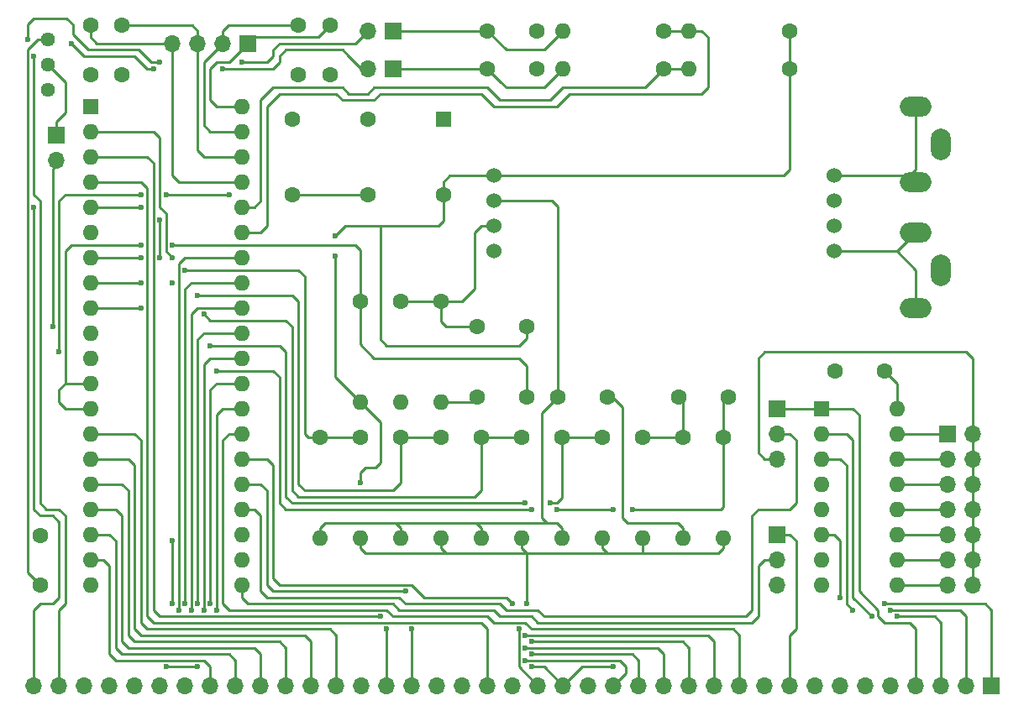
<source format=gtl>
G04 #@! TF.FileFunction,Copper,L1,Top,Signal*
%FSLAX46Y46*%
G04 Gerber Fmt 4.6, Leading zero omitted, Abs format (unit mm)*
G04 Created by KiCad (PCBNEW 4.0.7) date 02/13/19 20:33:03*
%MOMM*%
%LPD*%
G01*
G04 APERTURE LIST*
%ADD10C,0.100000*%
%ADD11C,1.600000*%
%ADD12R,1.600000X1.600000*%
%ADD13O,1.600000X1.600000*%
%ADD14C,1.524000*%
%ADD15R,1.700000X1.700000*%
%ADD16O,1.700000X1.700000*%
%ADD17O,3.197860X1.998980*%
%ADD18O,1.998980X3.197860*%
%ADD19C,1.440000*%
%ADD20C,0.600000*%
%ADD21C,0.250000*%
G04 APERTURE END LIST*
D10*
D11*
X54610000Y-132715000D03*
X54610000Y-127715000D03*
X139700000Y-111125000D03*
X134700000Y-111125000D03*
D12*
X133350000Y-114935000D03*
D13*
X140970000Y-132715000D03*
X133350000Y-117475000D03*
X140970000Y-130175000D03*
X133350000Y-120015000D03*
X140970000Y-127635000D03*
X133350000Y-122555000D03*
X140970000Y-125095000D03*
X133350000Y-125095000D03*
X140970000Y-122555000D03*
X133350000Y-127635000D03*
X140970000Y-120015000D03*
X133350000Y-130175000D03*
X140970000Y-117475000D03*
X133350000Y-132715000D03*
X140970000Y-114935000D03*
D11*
X87630000Y-85725000D03*
X87630000Y-93345000D03*
D12*
X95250000Y-85725000D03*
D11*
X95250000Y-93345000D03*
X80010000Y-93345000D03*
X80010000Y-85725000D03*
D14*
X100330000Y-91440000D03*
X100330000Y-93980000D03*
X100330000Y-96520000D03*
X100330000Y-99060000D03*
X134620000Y-91440000D03*
X134620000Y-93980000D03*
X134620000Y-96520000D03*
X134620000Y-99060000D03*
D15*
X146050000Y-117475000D03*
D16*
X148590000Y-117475000D03*
X146050000Y-120015000D03*
X148590000Y-120015000D03*
X146050000Y-122555000D03*
X148590000Y-122555000D03*
X146050000Y-125095000D03*
X148590000Y-125095000D03*
X146050000Y-127635000D03*
X148590000Y-127635000D03*
X146050000Y-130175000D03*
X148590000Y-130175000D03*
X146050000Y-132715000D03*
X148590000Y-132715000D03*
D11*
X83820000Y-81280000D03*
X83820000Y-76280000D03*
X80645000Y-81280000D03*
X80645000Y-76280000D03*
X62865000Y-81280000D03*
X62865000Y-76280000D03*
X59690000Y-81280000D03*
X59690000Y-76280000D03*
X111760000Y-113792000D03*
X106760000Y-113792000D03*
X123952000Y-113792000D03*
X118952000Y-113792000D03*
X99695000Y-80645000D03*
X104695000Y-80645000D03*
X99695000Y-76835000D03*
X104695000Y-76835000D03*
X103632000Y-106680000D03*
X98632000Y-106680000D03*
X103632000Y-113792000D03*
X98632000Y-113792000D03*
D17*
X142875000Y-97155000D03*
D18*
X145415000Y-100965000D03*
D17*
X142875000Y-104775000D03*
X142875000Y-84455000D03*
D18*
X145415000Y-88265000D03*
D17*
X142875000Y-92075000D03*
D15*
X150495000Y-142875000D03*
D16*
X147955000Y-142875000D03*
X145415000Y-142875000D03*
X142875000Y-142875000D03*
X140335000Y-142875000D03*
X137795000Y-142875000D03*
X135255000Y-142875000D03*
X132715000Y-142875000D03*
X130175000Y-142875000D03*
X127635000Y-142875000D03*
X125095000Y-142875000D03*
X122555000Y-142875000D03*
X120015000Y-142875000D03*
X117475000Y-142875000D03*
X114935000Y-142875000D03*
X112395000Y-142875000D03*
X109855000Y-142875000D03*
X107315000Y-142875000D03*
X104775000Y-142875000D03*
X102235000Y-142875000D03*
X99695000Y-142875000D03*
X97155000Y-142875000D03*
X94615000Y-142875000D03*
X92075000Y-142875000D03*
X89535000Y-142875000D03*
X86995000Y-142875000D03*
X84455000Y-142875000D03*
X81915000Y-142875000D03*
X79375000Y-142875000D03*
X76835000Y-142875000D03*
X74295000Y-142875000D03*
X71755000Y-142875000D03*
X69215000Y-142875000D03*
X66675000Y-142875000D03*
X64135000Y-142875000D03*
X61595000Y-142875000D03*
X59055000Y-142875000D03*
X56515000Y-142875000D03*
X53975000Y-142875000D03*
D15*
X56261000Y-87376000D03*
D16*
X56261000Y-89916000D03*
D15*
X128905000Y-114935000D03*
D16*
X128905000Y-117475000D03*
X128905000Y-120015000D03*
D15*
X128905000Y-127635000D03*
D16*
X128905000Y-130175000D03*
X128905000Y-132715000D03*
D15*
X90170000Y-76835000D03*
D16*
X87630000Y-76835000D03*
D15*
X90170000Y-80645000D03*
D16*
X87630000Y-80645000D03*
D11*
X82804000Y-117856000D03*
D13*
X82804000Y-128016000D03*
D11*
X86868000Y-117856000D03*
D13*
X86868000Y-128016000D03*
D11*
X90932000Y-117856000D03*
D13*
X90932000Y-128016000D03*
D11*
X94996000Y-117856000D03*
D13*
X94996000Y-128016000D03*
D11*
X99060000Y-117856000D03*
D13*
X99060000Y-128016000D03*
D11*
X103124000Y-117856000D03*
D13*
X103124000Y-128016000D03*
D11*
X107188000Y-117856000D03*
D13*
X107188000Y-128016000D03*
D11*
X111252000Y-117856000D03*
D13*
X111252000Y-128016000D03*
D11*
X115316000Y-117856000D03*
D13*
X115316000Y-128016000D03*
D11*
X119380000Y-117856000D03*
D13*
X119380000Y-128016000D03*
D11*
X123444000Y-117856000D03*
D13*
X123444000Y-128016000D03*
D11*
X86868000Y-104140000D03*
D13*
X86868000Y-114300000D03*
D11*
X94996000Y-104140000D03*
D13*
X94996000Y-114300000D03*
D11*
X90932000Y-104140000D03*
D13*
X90932000Y-114300000D03*
D11*
X117475000Y-80645000D03*
D13*
X107315000Y-80645000D03*
D11*
X117475000Y-76835000D03*
D13*
X107315000Y-76835000D03*
D11*
X130175000Y-80645000D03*
D13*
X120015000Y-80645000D03*
D11*
X130175000Y-76835000D03*
D13*
X120015000Y-76835000D03*
D19*
X55372000Y-77724000D03*
X55372000Y-80264000D03*
X55372000Y-82804000D03*
D12*
X59690000Y-84455000D03*
D13*
X74930000Y-132715000D03*
X59690000Y-86995000D03*
X74930000Y-130175000D03*
X59690000Y-89535000D03*
X74930000Y-127635000D03*
X59690000Y-92075000D03*
X74930000Y-125095000D03*
X59690000Y-94615000D03*
X74930000Y-122555000D03*
X59690000Y-97155000D03*
X74930000Y-120015000D03*
X59690000Y-99695000D03*
X74930000Y-117475000D03*
X59690000Y-102235000D03*
X74930000Y-114935000D03*
X59690000Y-104775000D03*
X74930000Y-112395000D03*
X59690000Y-107315000D03*
X74930000Y-109855000D03*
X59690000Y-109855000D03*
X74930000Y-107315000D03*
X59690000Y-112395000D03*
X74930000Y-104775000D03*
X59690000Y-114935000D03*
X74930000Y-102235000D03*
X59690000Y-117475000D03*
X74930000Y-99695000D03*
X59690000Y-120015000D03*
X74930000Y-97155000D03*
X59690000Y-122555000D03*
X74930000Y-94615000D03*
X59690000Y-125095000D03*
X74930000Y-92075000D03*
X59690000Y-127635000D03*
X74930000Y-89535000D03*
X59690000Y-130175000D03*
X74930000Y-86995000D03*
X59690000Y-132715000D03*
X74930000Y-84455000D03*
D15*
X75565000Y-78105000D03*
D16*
X73025000Y-78105000D03*
X70485000Y-78105000D03*
X67945000Y-78105000D03*
D20*
X67945000Y-128270000D03*
X67945000Y-134620000D03*
X84328000Y-97536000D03*
X84328000Y-99568000D03*
X86868000Y-122428000D03*
X103632000Y-134620000D03*
X67310000Y-140970000D03*
X70485000Y-140970000D03*
X104140000Y-140970000D03*
X112395000Y-140970000D03*
X64770000Y-104775000D03*
X72390000Y-111125000D03*
X114300000Y-125095000D03*
X112395000Y-125095000D03*
X106680000Y-125095000D03*
X104140000Y-125095000D03*
X64770000Y-98425000D03*
X67945000Y-98425000D03*
X72390000Y-135255000D03*
X103505000Y-137795000D03*
X71755000Y-134620000D03*
X104140000Y-138430000D03*
X71120000Y-135255000D03*
X103505000Y-139065000D03*
X70485000Y-134620000D03*
X104140000Y-139700000D03*
X103505000Y-140335000D03*
X69850000Y-135255000D03*
X102870000Y-137160000D03*
X102235000Y-134620000D03*
X92075000Y-137160000D03*
X91440000Y-133350000D03*
X89535000Y-137160000D03*
X88900000Y-135890000D03*
X69215000Y-134620000D03*
X68580000Y-135255000D03*
X53975000Y-79375000D03*
X57785000Y-78105000D03*
X66040000Y-80645000D03*
X73025000Y-80645000D03*
X66675000Y-80010000D03*
X74930000Y-80010000D03*
X53975000Y-94615000D03*
X53340000Y-77724000D03*
X55880000Y-106680000D03*
X67945000Y-99695000D03*
X69215000Y-100965000D03*
X66675000Y-99695000D03*
X70485000Y-103505000D03*
X64770000Y-94615000D03*
X66675000Y-95885000D03*
X64770000Y-99695000D03*
X71120000Y-105410000D03*
X67945000Y-102235000D03*
X103505000Y-124460000D03*
X106045000Y-124460000D03*
X64770000Y-102235000D03*
X71755000Y-108585000D03*
X73660000Y-93345000D03*
X67310000Y-93345000D03*
X64770000Y-93345000D03*
X56515000Y-109220000D03*
X139700000Y-134620000D03*
X135255000Y-133985000D03*
X140335000Y-135255000D03*
X136525000Y-135255000D03*
X140970000Y-135890000D03*
X138430000Y-135890000D03*
D21*
X67945000Y-132080000D02*
X67945000Y-134620000D01*
X67945000Y-128270000D02*
X67945000Y-130810000D01*
X67945000Y-130810000D02*
X67945000Y-132080000D01*
X54610000Y-132715000D02*
X53340000Y-131445000D01*
X54356000Y-77724000D02*
X55372000Y-77724000D01*
X53340000Y-78740000D02*
X54356000Y-77724000D01*
X53340000Y-131445000D02*
X53340000Y-78740000D01*
X103632000Y-106680000D02*
X103632000Y-107823000D01*
X88900000Y-107950000D02*
X88900000Y-96520000D01*
X89535000Y-108585000D02*
X88900000Y-107950000D01*
X102870000Y-108585000D02*
X89535000Y-108585000D01*
X103632000Y-107823000D02*
X102870000Y-108585000D01*
X86868000Y-114300000D02*
X84328000Y-111760000D01*
X95250000Y-96012000D02*
X95250000Y-93345000D01*
X94742000Y-96520000D02*
X95250000Y-96012000D01*
X85344000Y-96520000D02*
X88900000Y-96520000D01*
X88900000Y-96520000D02*
X94742000Y-96520000D01*
X84328000Y-97536000D02*
X85344000Y-96520000D01*
X84328000Y-111760000D02*
X84328000Y-99568000D01*
X88900000Y-116332000D02*
X86868000Y-114300000D01*
X88900000Y-120396000D02*
X88900000Y-116332000D01*
X88392000Y-120904000D02*
X88900000Y-120396000D01*
X87376000Y-120904000D02*
X88392000Y-120904000D01*
X86868000Y-121412000D02*
X87376000Y-120904000D01*
X86868000Y-122428000D02*
X86868000Y-121412000D01*
X103632000Y-134620000D02*
X103632000Y-129540000D01*
X95504000Y-129540000D02*
X87376000Y-129540000D01*
X86868000Y-129032000D02*
X86868000Y-128016000D01*
X87376000Y-129540000D02*
X86868000Y-129032000D01*
X103632000Y-129540000D02*
X95504000Y-129540000D01*
X94996000Y-129032000D02*
X94996000Y-128016000D01*
X95504000Y-129540000D02*
X94996000Y-129032000D01*
X103124000Y-128016000D02*
X103124000Y-129032000D01*
X103124000Y-129032000D02*
X103632000Y-129540000D01*
X103632000Y-129540000D02*
X111760000Y-129540000D01*
X115316000Y-128016000D02*
X115316000Y-129540000D01*
X123444000Y-128016000D02*
X123444000Y-129032000D01*
X111252000Y-129032000D02*
X111252000Y-128016000D01*
X111760000Y-129540000D02*
X111252000Y-129032000D01*
X122936000Y-129540000D02*
X115316000Y-129540000D01*
X115316000Y-129540000D02*
X111760000Y-129540000D01*
X123444000Y-129032000D02*
X122936000Y-129540000D01*
X100330000Y-91440000D02*
X129540000Y-91440000D01*
X130175000Y-90805000D02*
X130175000Y-80645000D01*
X129540000Y-91440000D02*
X130175000Y-90805000D01*
X130175000Y-80645000D02*
X130175000Y-76835000D01*
X95250000Y-93345000D02*
X95250000Y-92075000D01*
X95250000Y-92075000D02*
X95885000Y-91440000D01*
X95885000Y-91440000D02*
X100330000Y-91440000D01*
X104140000Y-140970000D02*
X105410000Y-140970000D01*
X70485000Y-140970000D02*
X67310000Y-140970000D01*
X105410000Y-140970000D02*
X107315000Y-142875000D01*
X112395000Y-140970000D02*
X109220000Y-140970000D01*
X107315000Y-142875000D02*
X109220000Y-140970000D01*
X140970000Y-114935000D02*
X140970000Y-112395000D01*
X140970000Y-112395000D02*
X139700000Y-111125000D01*
X140970000Y-117475000D02*
X146050000Y-117475000D01*
X140970000Y-120015000D02*
X146050000Y-120015000D01*
X140970000Y-122555000D02*
X146050000Y-122555000D01*
X140970000Y-125095000D02*
X146050000Y-125095000D01*
X140970000Y-127635000D02*
X146050000Y-127635000D01*
X142875000Y-84455000D02*
X142875000Y-90805000D01*
X142875000Y-90805000D02*
X142240000Y-91440000D01*
X142240000Y-91440000D02*
X142875000Y-92075000D01*
X134620000Y-91440000D02*
X142240000Y-91440000D01*
X142240000Y-91440000D02*
X142875000Y-92075000D01*
X140970000Y-130175000D02*
X146050000Y-130175000D01*
X140970000Y-132715000D02*
X146050000Y-132715000D01*
X75565000Y-78105000D02*
X73660000Y-80010000D01*
X72390000Y-84455000D02*
X74930000Y-84455000D01*
X71755000Y-83820000D02*
X72390000Y-84455000D01*
X71755000Y-80645000D02*
X71755000Y-83820000D01*
X72390000Y-80010000D02*
X71755000Y-80645000D01*
X73660000Y-80010000D02*
X72390000Y-80010000D01*
X76200000Y-77470000D02*
X77470000Y-77470000D01*
X82630000Y-77470000D02*
X83820000Y-76280000D01*
X77470000Y-77470000D02*
X81915000Y-77470000D01*
X81915000Y-77470000D02*
X82630000Y-77470000D01*
X76200000Y-77470000D02*
X75565000Y-78105000D01*
X73025000Y-78105000D02*
X71120000Y-80010000D01*
X71755000Y-86995000D02*
X74930000Y-86995000D01*
X71120000Y-86360000D02*
X71755000Y-86995000D01*
X71120000Y-80010000D02*
X71120000Y-86360000D01*
X79375000Y-76280000D02*
X73580000Y-76280000D01*
X80645000Y-76280000D02*
X79375000Y-76280000D01*
X73025000Y-76835000D02*
X73025000Y-78105000D01*
X73580000Y-76280000D02*
X73025000Y-76835000D01*
X70485000Y-78105000D02*
X70485000Y-88900000D01*
X71120000Y-89535000D02*
X74930000Y-89535000D01*
X70485000Y-88900000D02*
X71120000Y-89535000D01*
X69215000Y-76280000D02*
X69930000Y-76280000D01*
X70485000Y-76835000D02*
X70485000Y-78105000D01*
X69930000Y-76280000D02*
X70485000Y-76835000D01*
X69295000Y-76280000D02*
X69215000Y-76280000D01*
X69215000Y-76280000D02*
X62865000Y-76280000D01*
X67945000Y-80645000D02*
X67945000Y-91440000D01*
X67945000Y-91440000D02*
X68580000Y-92075000D01*
X74930000Y-92075000D02*
X68580000Y-92075000D01*
X67945000Y-80645000D02*
X67945000Y-78105000D01*
X67945000Y-78105000D02*
X64770000Y-78105000D01*
X59690000Y-77470000D02*
X60325000Y-78105000D01*
X60325000Y-78105000D02*
X64770000Y-78105000D01*
X59690000Y-77470000D02*
X59690000Y-76280000D01*
X114300000Y-126492000D02*
X113792000Y-126492000D01*
X113284000Y-125984000D02*
X113284000Y-125476000D01*
X113792000Y-126492000D02*
X113284000Y-125984000D01*
X111760000Y-113792000D02*
X112268000Y-113792000D01*
X112268000Y-113792000D02*
X113284000Y-114808000D01*
X113284000Y-114808000D02*
X113284000Y-125476000D01*
X114300000Y-126492000D02*
X118872000Y-126492000D01*
X118872000Y-126492000D02*
X119380000Y-127000000D01*
X119380000Y-127000000D02*
X119380000Y-128016000D01*
X106760000Y-113792000D02*
X106760000Y-94568000D01*
X106172000Y-93980000D02*
X100330000Y-93980000D01*
X106760000Y-94568000D02*
X106172000Y-93980000D01*
X105664000Y-126492000D02*
X105156000Y-125984000D01*
X105156000Y-115396000D02*
X106760000Y-113792000D01*
X105156000Y-125984000D02*
X105156000Y-115396000D01*
X98552000Y-126492000D02*
X105664000Y-126492000D01*
X105664000Y-126492000D02*
X106680000Y-126492000D01*
X107188000Y-127000000D02*
X107188000Y-128016000D01*
X106680000Y-126492000D02*
X107188000Y-127000000D01*
X90424000Y-126492000D02*
X98552000Y-126492000D01*
X99060000Y-127000000D02*
X99060000Y-128016000D01*
X98552000Y-126492000D02*
X99060000Y-127000000D01*
X82804000Y-128016000D02*
X82804000Y-127000000D01*
X90932000Y-127000000D02*
X90932000Y-128016000D01*
X90424000Y-126492000D02*
X90932000Y-127000000D01*
X83312000Y-126492000D02*
X90424000Y-126492000D01*
X82804000Y-127000000D02*
X83312000Y-126492000D01*
X78105000Y-111125000D02*
X78740000Y-111760000D01*
X72390000Y-111125000D02*
X78105000Y-111125000D01*
X59690000Y-104775000D02*
X62865000Y-104775000D01*
X62865000Y-104775000D02*
X63500000Y-104775000D01*
X63500000Y-104775000D02*
X64770000Y-104775000D01*
X123444000Y-124841000D02*
X123444000Y-117856000D01*
X123190000Y-125095000D02*
X123444000Y-124841000D01*
X122555000Y-125095000D02*
X123190000Y-125095000D01*
X114300000Y-125095000D02*
X122555000Y-125095000D01*
X106680000Y-125095000D02*
X112395000Y-125095000D01*
X79375000Y-125095000D02*
X104140000Y-125095000D01*
X78740000Y-124460000D02*
X79375000Y-125095000D01*
X78740000Y-111760000D02*
X78740000Y-124460000D01*
X123444000Y-117856000D02*
X123444000Y-114300000D01*
X123444000Y-114300000D02*
X123952000Y-113792000D01*
X115316000Y-117856000D02*
X119380000Y-117856000D01*
X119380000Y-117856000D02*
X119380000Y-114220000D01*
X119380000Y-114220000D02*
X118952000Y-113792000D01*
X90170000Y-80645000D02*
X95250000Y-80645000D01*
X95250000Y-80645000D02*
X99695000Y-80645000D01*
X99695000Y-80645000D02*
X100965000Y-81915000D01*
X105410000Y-82550000D02*
X107315000Y-80645000D01*
X101600000Y-82550000D02*
X105410000Y-82550000D01*
X100965000Y-81915000D02*
X101600000Y-82550000D01*
X90170000Y-76835000D02*
X95250000Y-76835000D01*
X95250000Y-76835000D02*
X99695000Y-76835000D01*
X99695000Y-76835000D02*
X101600000Y-78740000D01*
X105410000Y-78740000D02*
X107315000Y-76835000D01*
X101600000Y-78740000D02*
X105410000Y-78740000D01*
X98632000Y-106680000D02*
X95504000Y-106680000D01*
X94996000Y-106172000D02*
X94996000Y-104140000D01*
X95504000Y-106680000D02*
X94996000Y-106172000D01*
X94996000Y-104140000D02*
X97155000Y-104140000D01*
X99060000Y-96520000D02*
X100330000Y-96520000D01*
X98425000Y-97155000D02*
X99060000Y-96520000D01*
X98425000Y-102870000D02*
X98425000Y-97155000D01*
X97155000Y-104140000D02*
X98425000Y-102870000D01*
X90932000Y-104140000D02*
X94996000Y-104140000D01*
X86868000Y-104140000D02*
X86868000Y-108458000D01*
X103632000Y-110617000D02*
X103632000Y-113792000D01*
X102870000Y-109855000D02*
X103632000Y-110617000D01*
X88265000Y-109855000D02*
X102870000Y-109855000D01*
X86868000Y-108458000D02*
X88265000Y-109855000D01*
X76835000Y-98425000D02*
X86360000Y-98425000D01*
X57150000Y-99060000D02*
X57785000Y-98425000D01*
X57785000Y-98425000D02*
X64770000Y-98425000D01*
X67945000Y-98425000D02*
X76835000Y-98425000D01*
X57150000Y-112395000D02*
X57150000Y-99060000D01*
X86868000Y-98933000D02*
X86868000Y-104140000D01*
X86360000Y-98425000D02*
X86868000Y-98933000D01*
X59690000Y-114935000D02*
X57150000Y-114935000D01*
X57150000Y-112395000D02*
X59690000Y-112395000D01*
X56515000Y-113030000D02*
X57150000Y-112395000D01*
X56515000Y-114300000D02*
X56515000Y-113030000D01*
X57150000Y-114935000D02*
X56515000Y-114300000D01*
X94996000Y-114300000D02*
X98124000Y-114300000D01*
X98124000Y-114300000D02*
X98632000Y-113792000D01*
X140970000Y-99060000D02*
X142875000Y-100965000D01*
X142875000Y-100965000D02*
X142875000Y-104775000D01*
X134620000Y-99060000D02*
X140970000Y-99060000D01*
X140970000Y-99060000D02*
X142875000Y-97155000D01*
X128905000Y-120015000D02*
X127635000Y-120015000D01*
X148590000Y-109855000D02*
X148590000Y-117475000D01*
X147955000Y-109220000D02*
X148590000Y-109855000D01*
X127635000Y-109220000D02*
X147955000Y-109220000D01*
X127000000Y-109855000D02*
X127635000Y-109220000D01*
X127000000Y-119380000D02*
X127000000Y-109855000D01*
X127635000Y-120015000D02*
X127000000Y-119380000D01*
X148590000Y-130175000D02*
X148590000Y-132715000D01*
X148590000Y-127635000D02*
X148590000Y-130175000D01*
X148590000Y-120015000D02*
X148590000Y-122555000D01*
X148590000Y-117475000D02*
X148590000Y-120015000D01*
X148590000Y-125095000D02*
X148590000Y-122555000D01*
X148590000Y-127635000D02*
X148590000Y-125095000D01*
X130175000Y-142875000D02*
X130175000Y-137795000D01*
X130175000Y-127635000D02*
X128905000Y-127635000D01*
X130810000Y-128270000D02*
X130175000Y-127635000D01*
X130810000Y-130810000D02*
X130810000Y-128270000D01*
X130810000Y-137160000D02*
X130810000Y-130810000D01*
X130175000Y-137795000D02*
X130810000Y-137160000D01*
X97155000Y-135890000D02*
X99695000Y-135890000D01*
X125095000Y-142875000D02*
X125095000Y-141605000D01*
X73025000Y-134620000D02*
X73660000Y-135255000D01*
X73660000Y-117475000D02*
X74930000Y-117475000D01*
X73025000Y-118110000D02*
X73025000Y-134620000D01*
X73660000Y-117475000D02*
X73025000Y-118110000D01*
X90170000Y-135890000D02*
X90805000Y-135890000D01*
X89535000Y-135255000D02*
X90170000Y-135890000D01*
X73660000Y-135255000D02*
X89535000Y-135255000D01*
X97155000Y-135890000D02*
X90805000Y-135890000D01*
X125095000Y-137795000D02*
X125095000Y-141605000D01*
X124460000Y-137160000D02*
X125095000Y-137795000D01*
X104140000Y-137160000D02*
X124460000Y-137160000D01*
X103505000Y-136525000D02*
X104140000Y-137160000D01*
X100330000Y-136525000D02*
X103505000Y-136525000D01*
X99695000Y-135890000D02*
X100330000Y-136525000D01*
X122555000Y-142875000D02*
X122555000Y-140970000D01*
X73025000Y-114935000D02*
X74930000Y-114935000D01*
X72390000Y-115570000D02*
X72390000Y-134620000D01*
X73025000Y-114935000D02*
X72390000Y-115570000D01*
X72390000Y-134620000D02*
X72390000Y-135255000D01*
X122555000Y-138430000D02*
X122555000Y-140970000D01*
X121920000Y-137795000D02*
X122555000Y-138430000D01*
X103505000Y-137795000D02*
X121920000Y-137795000D01*
X120015000Y-142875000D02*
X120015000Y-140970000D01*
X72390000Y-112395000D02*
X74930000Y-112395000D01*
X71755000Y-113030000D02*
X71755000Y-134620000D01*
X72390000Y-112395000D02*
X71755000Y-113030000D01*
X120015000Y-139065000D02*
X120015000Y-140970000D01*
X119380000Y-138430000D02*
X120015000Y-139065000D01*
X104140000Y-138430000D02*
X119380000Y-138430000D01*
X117475000Y-142875000D02*
X117475000Y-140970000D01*
X71755000Y-109855000D02*
X74930000Y-109855000D01*
X71120000Y-110490000D02*
X71120000Y-134620000D01*
X71755000Y-109855000D02*
X71120000Y-110490000D01*
X71120000Y-134620000D02*
X71120000Y-135255000D01*
X117475000Y-139700000D02*
X117475000Y-140970000D01*
X116840000Y-139065000D02*
X117475000Y-139700000D01*
X103505000Y-139065000D02*
X116840000Y-139065000D01*
X114935000Y-142875000D02*
X114935000Y-140970000D01*
X71120000Y-107315000D02*
X70485000Y-107950000D01*
X70485000Y-107950000D02*
X70485000Y-134620000D01*
X71120000Y-107315000D02*
X74930000Y-107315000D01*
X114935000Y-140335000D02*
X114935000Y-140970000D01*
X114300000Y-139700000D02*
X114935000Y-140335000D01*
X104140000Y-139700000D02*
X114300000Y-139700000D01*
X113030000Y-140335000D02*
X113665000Y-140970000D01*
X112395000Y-142875000D02*
X113665000Y-141605000D01*
X113665000Y-140970000D02*
X113665000Y-141605000D01*
X103505000Y-140335000D02*
X113030000Y-140335000D01*
X70485000Y-104775000D02*
X74930000Y-104775000D01*
X69850000Y-105410000D02*
X69850000Y-134620000D01*
X70485000Y-104775000D02*
X69850000Y-105410000D01*
X69850000Y-134620000D02*
X69850000Y-135255000D01*
X91440000Y-132715000D02*
X84455000Y-132715000D01*
X74930000Y-120015000D02*
X77470000Y-120015000D01*
X78740000Y-132715000D02*
X84455000Y-132715000D01*
X78105000Y-132080000D02*
X78740000Y-132715000D01*
X78105000Y-120650000D02*
X78105000Y-132080000D01*
X77470000Y-120015000D02*
X78105000Y-120650000D01*
X102870000Y-140970000D02*
X102870000Y-137160000D01*
X102870000Y-140970000D02*
X104775000Y-142875000D01*
X92075000Y-132715000D02*
X91440000Y-132715000D01*
X93345000Y-133985000D02*
X92075000Y-132715000D01*
X101600000Y-133985000D02*
X93345000Y-133985000D01*
X102235000Y-134620000D02*
X101600000Y-133985000D01*
X87630000Y-136525000D02*
X99060000Y-136525000D01*
X71755000Y-136525000D02*
X66040000Y-136525000D01*
X65405000Y-92710000D02*
X65405000Y-135890000D01*
X65405000Y-135890000D02*
X66040000Y-136525000D01*
X59690000Y-92075000D02*
X64770000Y-92075000D01*
X64770000Y-92075000D02*
X65405000Y-92710000D01*
X87630000Y-136525000D02*
X71755000Y-136525000D01*
X99695000Y-137160000D02*
X99695000Y-142875000D01*
X99060000Y-136525000D02*
X99695000Y-137160000D01*
X92075000Y-140970000D02*
X92075000Y-137160000D01*
X92075000Y-142875000D02*
X92075000Y-140970000D01*
X76835000Y-122555000D02*
X74930000Y-122555000D01*
X77470000Y-132715000D02*
X78105000Y-133350000D01*
X77470000Y-123190000D02*
X77470000Y-132715000D01*
X76835000Y-122555000D02*
X77470000Y-123190000D01*
X85090000Y-133350000D02*
X78105000Y-133350000D01*
X91440000Y-133350000D02*
X85090000Y-133350000D01*
X71755000Y-135890000D02*
X88900000Y-135890000D01*
X64770000Y-89535000D02*
X65405000Y-89535000D01*
X59690000Y-89535000D02*
X64770000Y-89535000D01*
X66040000Y-135255000D02*
X66675000Y-135890000D01*
X66040000Y-90170000D02*
X66040000Y-135255000D01*
X65405000Y-89535000D02*
X66040000Y-90170000D01*
X71755000Y-135890000D02*
X66675000Y-135890000D01*
X89535000Y-137160000D02*
X89535000Y-142875000D01*
X64770000Y-133350000D02*
X64770000Y-136525000D01*
X64135000Y-117475000D02*
X64770000Y-118110000D01*
X64770000Y-118110000D02*
X64770000Y-133350000D01*
X59690000Y-117475000D02*
X64135000Y-117475000D01*
X84455000Y-137795000D02*
X84455000Y-142875000D01*
X83820000Y-137160000D02*
X84455000Y-137795000D01*
X65405000Y-137160000D02*
X83820000Y-137160000D01*
X64770000Y-136525000D02*
X65405000Y-137160000D01*
X64135000Y-133350000D02*
X64135000Y-137160000D01*
X81915000Y-142875000D02*
X81915000Y-141605000D01*
X81915000Y-141605000D02*
X81915000Y-140970000D01*
X63500000Y-120015000D02*
X64135000Y-120650000D01*
X64135000Y-120650000D02*
X64135000Y-133350000D01*
X63500000Y-120015000D02*
X59690000Y-120015000D01*
X81915000Y-138430000D02*
X81915000Y-140970000D01*
X81280000Y-137795000D02*
X81915000Y-138430000D01*
X64770000Y-137795000D02*
X81280000Y-137795000D01*
X64135000Y-137160000D02*
X64770000Y-137795000D01*
X63500000Y-133350000D02*
X63500000Y-137795000D01*
X79375000Y-142875000D02*
X79375000Y-140970000D01*
X62865000Y-122555000D02*
X63500000Y-123190000D01*
X63500000Y-123190000D02*
X63500000Y-133350000D01*
X62865000Y-122555000D02*
X59690000Y-122555000D01*
X79375000Y-139065000D02*
X79375000Y-140970000D01*
X78740000Y-138430000D02*
X79375000Y-139065000D01*
X64135000Y-138430000D02*
X78740000Y-138430000D01*
X63500000Y-137795000D02*
X64135000Y-138430000D01*
X67945000Y-139065000D02*
X69850000Y-139065000D01*
X62865000Y-138430000D02*
X63500000Y-139065000D01*
X63500000Y-139065000D02*
X67945000Y-139065000D01*
X69850000Y-139065000D02*
X76200000Y-139065000D01*
X76200000Y-139065000D02*
X76835000Y-139700000D01*
X76835000Y-139700000D02*
X76835000Y-140970000D01*
X59690000Y-125095000D02*
X62230000Y-125095000D01*
X62865000Y-125730000D02*
X62865000Y-133350000D01*
X62230000Y-125095000D02*
X62865000Y-125730000D01*
X76835000Y-140970000D02*
X76835000Y-142875000D01*
X62865000Y-133350000D02*
X62865000Y-138430000D01*
X70485000Y-139700000D02*
X67310000Y-139700000D01*
X62230000Y-139065000D02*
X62865000Y-139700000D01*
X62865000Y-139700000D02*
X67310000Y-139700000D01*
X70485000Y-139700000D02*
X73660000Y-139700000D01*
X73660000Y-139700000D02*
X74295000Y-140335000D01*
X74295000Y-140335000D02*
X74295000Y-140970000D01*
X59690000Y-127635000D02*
X61595000Y-127635000D01*
X62230000Y-128270000D02*
X62230000Y-133350000D01*
X61595000Y-127635000D02*
X62230000Y-128270000D01*
X74295000Y-140970000D02*
X74295000Y-142875000D01*
X62230000Y-133350000D02*
X62230000Y-139065000D01*
X67945000Y-140335000D02*
X69850000Y-140335000D01*
X61595000Y-139700000D02*
X62230000Y-140335000D01*
X62230000Y-140335000D02*
X67945000Y-140335000D01*
X69850000Y-140335000D02*
X71120000Y-140335000D01*
X71120000Y-140335000D02*
X71755000Y-140970000D01*
X59690000Y-130175000D02*
X60960000Y-130175000D01*
X61595000Y-130810000D02*
X61595000Y-133350000D01*
X60960000Y-130175000D02*
X61595000Y-130810000D01*
X71755000Y-140970000D02*
X71755000Y-142875000D01*
X61595000Y-133350000D02*
X61595000Y-139700000D01*
X74930000Y-102235000D02*
X69850000Y-102235000D01*
X69215000Y-102870000D02*
X69215000Y-134620000D01*
X69850000Y-102235000D02*
X69215000Y-102870000D01*
X69215000Y-134620000D02*
X69215000Y-134620000D01*
X69215000Y-99695000D02*
X74930000Y-99695000D01*
X68580000Y-100330000D02*
X68580000Y-134620000D01*
X69215000Y-99695000D02*
X68580000Y-100330000D01*
X68580000Y-134620000D02*
X68580000Y-135255000D01*
X54610000Y-93980000D02*
X53975000Y-93345000D01*
X54610000Y-94615000D02*
X54610000Y-93980000D01*
X54610000Y-99060000D02*
X54610000Y-94615000D01*
X54610000Y-123190000D02*
X54610000Y-99060000D01*
X56515000Y-135255000D02*
X57150000Y-134620000D01*
X57150000Y-134620000D02*
X57150000Y-126365000D01*
X56515000Y-142875000D02*
X56515000Y-135255000D01*
X57150000Y-126365000D02*
X57150000Y-125730000D01*
X53975000Y-79375000D02*
X53975000Y-93345000D01*
X57785000Y-78105000D02*
X59055000Y-79375000D01*
X85725000Y-79375000D02*
X86995000Y-80645000D01*
X85090000Y-78740000D02*
X80645000Y-78740000D01*
X85725000Y-79375000D02*
X85090000Y-78740000D01*
X65405000Y-80645000D02*
X66040000Y-80645000D01*
X59690000Y-79375000D02*
X64135000Y-79375000D01*
X64135000Y-79375000D02*
X65405000Y-80645000D01*
X59690000Y-79375000D02*
X59055000Y-79375000D01*
X54610000Y-124460000D02*
X55245000Y-125095000D01*
X55245000Y-125095000D02*
X56515000Y-125095000D01*
X56515000Y-125095000D02*
X57150000Y-125730000D01*
X54610000Y-123190000D02*
X54610000Y-124460000D01*
X79375000Y-78740000D02*
X80645000Y-78740000D01*
X78740000Y-79375000D02*
X79375000Y-78740000D01*
X78740000Y-80010000D02*
X78740000Y-79375000D01*
X78105000Y-80645000D02*
X78740000Y-80010000D01*
X73025000Y-80645000D02*
X78105000Y-80645000D01*
X86995000Y-80645000D02*
X87630000Y-80645000D01*
X57277000Y-75565000D02*
X57912000Y-76200000D01*
X57912000Y-77216000D02*
X57912000Y-76200000D01*
X86360000Y-78105000D02*
X80010000Y-78105000D01*
X87630000Y-76835000D02*
X86360000Y-78105000D01*
X59436000Y-78740000D02*
X64585002Y-78740000D01*
X64585002Y-78740000D02*
X65855002Y-80010000D01*
X65855002Y-80010000D02*
X66675000Y-80010000D01*
X53340000Y-76200000D02*
X53340000Y-76835000D01*
X53975000Y-75565000D02*
X54610000Y-75565000D01*
X53340000Y-76200000D02*
X53975000Y-75565000D01*
X57150000Y-75565000D02*
X54610000Y-75565000D01*
X57150000Y-75565000D02*
X57277000Y-75565000D01*
X57912000Y-77216000D02*
X59436000Y-78740000D01*
X78740000Y-78105000D02*
X80010000Y-78105000D01*
X78105000Y-78740000D02*
X78740000Y-78105000D01*
X78105000Y-79375000D02*
X78105000Y-78740000D01*
X77470000Y-80010000D02*
X78105000Y-79375000D01*
X74930000Y-80010000D02*
X77470000Y-80010000D01*
X56515000Y-126365000D02*
X55880000Y-125730000D01*
X53975000Y-125095000D02*
X53975000Y-123825000D01*
X54610000Y-125730000D02*
X53975000Y-125095000D01*
X55880000Y-125730000D02*
X54610000Y-125730000D01*
X53975000Y-94615000D02*
X53975000Y-121920000D01*
X53975000Y-123825000D02*
X53975000Y-121920000D01*
X53975000Y-135255000D02*
X54610000Y-134620000D01*
X54610000Y-134620000D02*
X55880000Y-134620000D01*
X55880000Y-134620000D02*
X56515000Y-133985000D01*
X56515000Y-133985000D02*
X56515000Y-126365000D01*
X53975000Y-142875000D02*
X53975000Y-135255000D01*
X53340000Y-76708000D02*
X53340000Y-76835000D01*
X53340000Y-76835000D02*
X53340000Y-77724000D01*
X56261000Y-87376000D02*
X56261000Y-85979000D01*
X57150000Y-82042000D02*
X55372000Y-80264000D01*
X57150000Y-85090000D02*
X57150000Y-82042000D01*
X56261000Y-85979000D02*
X57150000Y-85090000D01*
X56261000Y-90424000D02*
X55880000Y-90805000D01*
X55880000Y-90805000D02*
X55880000Y-106680000D01*
X56261000Y-90424000D02*
X56261000Y-89916000D01*
X128905000Y-117475000D02*
X130175000Y-117475000D01*
X101600000Y-135255000D02*
X100965000Y-134620000D01*
X104775000Y-135255000D02*
X101600000Y-135255000D01*
X105410000Y-135890000D02*
X104775000Y-135255000D01*
X125730000Y-135890000D02*
X105410000Y-135890000D01*
X126365000Y-135255000D02*
X125730000Y-135890000D01*
X126365000Y-125730000D02*
X126365000Y-135255000D01*
X127000000Y-125095000D02*
X126365000Y-125730000D01*
X130175000Y-125095000D02*
X127000000Y-125095000D01*
X130810000Y-124460000D02*
X130175000Y-125095000D01*
X130810000Y-118110000D02*
X130810000Y-124460000D01*
X130175000Y-117475000D02*
X130810000Y-118110000D01*
X85725000Y-133985000D02*
X90805000Y-133985000D01*
X76200000Y-125095000D02*
X76835000Y-125730000D01*
X76835000Y-125730000D02*
X76835000Y-133350000D01*
X76835000Y-133350000D02*
X77470000Y-133985000D01*
X77470000Y-133985000D02*
X85725000Y-133985000D01*
X74930000Y-125095000D02*
X76200000Y-125095000D01*
X91440000Y-134620000D02*
X100965000Y-134620000D01*
X90805000Y-133985000D02*
X91440000Y-134620000D01*
X94615000Y-135255000D02*
X100330000Y-135255000D01*
X90170000Y-134620000D02*
X90805000Y-135255000D01*
X90805000Y-135255000D02*
X94615000Y-135255000D01*
X74930000Y-132715000D02*
X74930000Y-133985000D01*
X75565000Y-134620000D02*
X88265000Y-134620000D01*
X74930000Y-133985000D02*
X75565000Y-134620000D01*
X88265000Y-134620000D02*
X90170000Y-134620000D01*
X127635000Y-130175000D02*
X128905000Y-130175000D01*
X127000000Y-130810000D02*
X127635000Y-130175000D01*
X127000000Y-135890000D02*
X127000000Y-130810000D01*
X126365000Y-136525000D02*
X127000000Y-135890000D01*
X104775000Y-136525000D02*
X126365000Y-136525000D01*
X104140000Y-135890000D02*
X104775000Y-136525000D01*
X100965000Y-135890000D02*
X104140000Y-135890000D01*
X100330000Y-135255000D02*
X100965000Y-135890000D01*
X67310000Y-95250000D02*
X67310000Y-99060000D01*
X67310000Y-99060000D02*
X67945000Y-99695000D01*
X80010000Y-100965000D02*
X80645000Y-100965000D01*
X80645000Y-100965000D02*
X81280000Y-101600000D01*
X81280000Y-101600000D02*
X81280000Y-117475000D01*
X81280000Y-117475000D02*
X81661000Y-117856000D01*
X81661000Y-117856000D02*
X82804000Y-117856000D01*
X69215000Y-100965000D02*
X80010000Y-100965000D01*
X82804000Y-117856000D02*
X86868000Y-117856000D01*
X66675000Y-93345000D02*
X66675000Y-94615000D01*
X66675000Y-94615000D02*
X67310000Y-95250000D01*
X66040000Y-86995000D02*
X66675000Y-87630000D01*
X66675000Y-87630000D02*
X66675000Y-92075000D01*
X59690000Y-86995000D02*
X66040000Y-86995000D01*
X66675000Y-92075000D02*
X66675000Y-93345000D01*
X79375000Y-103505000D02*
X80010000Y-103505000D01*
X66675000Y-99695000D02*
X66675000Y-95885000D01*
X77470000Y-103505000D02*
X70485000Y-103505000D01*
X59690000Y-94615000D02*
X64770000Y-94615000D01*
X77470000Y-103505000D02*
X79375000Y-103505000D01*
X90932000Y-122428000D02*
X90932000Y-117856000D01*
X90170000Y-123190000D02*
X90932000Y-122428000D01*
X81280000Y-123190000D02*
X90170000Y-123190000D01*
X80645000Y-122555000D02*
X81280000Y-123190000D01*
X80645000Y-104140000D02*
X80645000Y-122555000D01*
X80010000Y-103505000D02*
X80645000Y-104140000D01*
X90932000Y-117856000D02*
X94996000Y-117856000D01*
X77470000Y-106045000D02*
X79375000Y-106045000D01*
X59690000Y-99695000D02*
X64770000Y-99695000D01*
X77470000Y-106045000D02*
X71755000Y-106045000D01*
X71120000Y-105410000D02*
X71755000Y-106045000D01*
X99060000Y-123190000D02*
X99060000Y-117856000D01*
X98425000Y-123825000D02*
X99060000Y-123190000D01*
X80645000Y-123825000D02*
X98425000Y-123825000D01*
X80010000Y-123190000D02*
X80645000Y-123825000D01*
X80010000Y-106680000D02*
X80010000Y-123190000D01*
X79375000Y-106045000D02*
X80010000Y-106680000D01*
X99060000Y-117856000D02*
X103124000Y-117856000D01*
X106045000Y-124460000D02*
X106680000Y-124460000D01*
X78740000Y-108585000D02*
X79375000Y-109220000D01*
X79375000Y-109220000D02*
X79375000Y-123825000D01*
X79375000Y-123825000D02*
X80010000Y-124460000D01*
X80010000Y-124460000D02*
X103505000Y-124460000D01*
X59690000Y-102235000D02*
X63500000Y-102235000D01*
X63500000Y-102235000D02*
X64770000Y-102235000D01*
X71755000Y-108585000D02*
X77470000Y-108585000D01*
X77470000Y-108585000D02*
X78740000Y-108585000D01*
X107188000Y-123952000D02*
X107188000Y-117856000D01*
X106680000Y-124460000D02*
X107188000Y-123952000D01*
X111125000Y-117983000D02*
X111252000Y-117856000D01*
X107188000Y-117856000D02*
X111252000Y-117856000D01*
X56515000Y-109220000D02*
X56515000Y-93980000D01*
X56515000Y-93980000D02*
X57150000Y-93345000D01*
X67310000Y-93345000D02*
X73660000Y-93345000D01*
X57150000Y-93345000D02*
X64770000Y-93345000D01*
X87630000Y-93345000D02*
X80010000Y-93345000D01*
X84455000Y-83185000D02*
X85090000Y-83820000D01*
X85090000Y-83820000D02*
X85725000Y-83820000D01*
X88265000Y-83820000D02*
X88900000Y-83185000D01*
X85725000Y-83820000D02*
X88265000Y-83820000D01*
X77470000Y-84455000D02*
X78740000Y-83185000D01*
X76835000Y-97155000D02*
X77470000Y-96520000D01*
X77470000Y-96520000D02*
X77470000Y-84455000D01*
X74930000Y-97155000D02*
X76835000Y-97155000D01*
X121285000Y-76835000D02*
X120015000Y-76835000D01*
X121920000Y-77470000D02*
X121285000Y-76835000D01*
X121920000Y-82550000D02*
X121920000Y-77470000D01*
X121285000Y-83185000D02*
X121920000Y-82550000D01*
X107950000Y-83185000D02*
X121285000Y-83185000D01*
X106680000Y-84455000D02*
X107950000Y-83185000D01*
X100330000Y-84455000D02*
X106680000Y-84455000D01*
X99060000Y-83185000D02*
X100330000Y-84455000D01*
X78740000Y-83185000D02*
X84455000Y-83185000D01*
X88900000Y-83185000D02*
X99060000Y-83185000D01*
X117475000Y-76835000D02*
X120015000Y-76835000D01*
X85090000Y-82550000D02*
X85725000Y-83185000D01*
X85725000Y-83185000D02*
X86360000Y-83185000D01*
X88265000Y-82550000D02*
X88900000Y-82550000D01*
X87630000Y-83185000D02*
X88265000Y-82550000D01*
X86360000Y-83185000D02*
X87630000Y-83185000D01*
X76835000Y-84455000D02*
X76835000Y-83820000D01*
X76200000Y-94615000D02*
X76835000Y-93980000D01*
X76835000Y-93980000D02*
X76835000Y-84455000D01*
X74930000Y-94615000D02*
X76200000Y-94615000D01*
X115570000Y-82550000D02*
X117475000Y-80645000D01*
X107315000Y-82550000D02*
X115570000Y-82550000D01*
X106045000Y-83820000D02*
X107315000Y-82550000D01*
X100965000Y-83820000D02*
X106045000Y-83820000D01*
X99695000Y-82550000D02*
X100965000Y-83820000D01*
X78105000Y-82550000D02*
X85090000Y-82550000D01*
X88900000Y-82550000D02*
X99695000Y-82550000D01*
X76835000Y-83820000D02*
X78105000Y-82550000D01*
X117475000Y-80645000D02*
X120015000Y-80645000D01*
X141605000Y-134620000D02*
X149860000Y-134620000D01*
X141605000Y-134620000D02*
X139700000Y-134620000D01*
X133350000Y-127635000D02*
X134620000Y-127635000D01*
X135255000Y-128270000D02*
X134620000Y-127635000D01*
X135255000Y-133985000D02*
X135255000Y-128270000D01*
X150495000Y-135255000D02*
X150495000Y-142875000D01*
X149860000Y-134620000D02*
X150495000Y-135255000D01*
X147955000Y-140970000D02*
X147955000Y-135890000D01*
X147955000Y-142875000D02*
X147955000Y-140970000D01*
X135890000Y-134620000D02*
X136525000Y-135255000D01*
X135890000Y-120650000D02*
X135890000Y-134620000D01*
X135255000Y-120015000D02*
X135890000Y-120650000D01*
X135255000Y-120015000D02*
X133350000Y-120015000D01*
X147320000Y-135255000D02*
X140335000Y-135255000D01*
X147955000Y-135890000D02*
X147320000Y-135255000D01*
X145415000Y-140970000D02*
X145415000Y-136525000D01*
X145415000Y-142875000D02*
X145415000Y-140970000D01*
X136525000Y-133985000D02*
X138430000Y-135890000D01*
X136525000Y-118110000D02*
X136525000Y-133985000D01*
X135890000Y-117475000D02*
X136525000Y-118110000D01*
X135890000Y-117475000D02*
X133350000Y-117475000D01*
X144780000Y-135890000D02*
X140970000Y-135890000D01*
X145415000Y-136525000D02*
X144780000Y-135890000D01*
X128905000Y-114935000D02*
X133350000Y-114935000D01*
X139700000Y-136525000D02*
X142240000Y-136525000D01*
X137160000Y-115570000D02*
X136525000Y-114935000D01*
X133350000Y-114935000D02*
X136525000Y-114935000D01*
X139065000Y-135255000D02*
X137160000Y-133350000D01*
X139065000Y-135255000D02*
X139065000Y-135890000D01*
X139065000Y-135890000D02*
X139700000Y-136525000D01*
X137160000Y-133350000D02*
X137160000Y-115570000D01*
X142875000Y-137160000D02*
X142875000Y-142875000D01*
X142240000Y-136525000D02*
X142875000Y-137160000D01*
M02*

</source>
